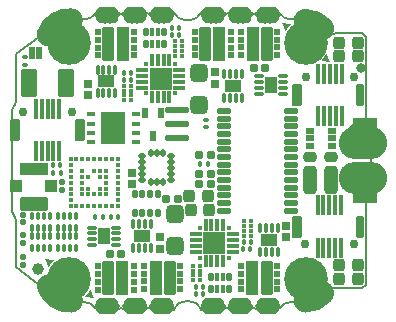
<source format=gbr>
G04 #@! TF.GenerationSoftware,KiCad,Pcbnew,6.0.4-6f826c9f35~116~ubuntu18.04.1*
G04 #@! TF.CreationDate,2022-03-27T23:14:13+02:00*
G04 #@! TF.ProjectId,ultimateFC,756c7469-6d61-4746-9546-432e6b696361,rev?*
G04 #@! TF.SameCoordinates,Original*
G04 #@! TF.FileFunction,Soldermask,Top*
G04 #@! TF.FilePolarity,Negative*
%FSLAX46Y46*%
G04 Gerber Fmt 4.6, Leading zero omitted, Abs format (unit mm)*
G04 Created by KiCad (PCBNEW 6.0.4-6f826c9f35~116~ubuntu18.04.1) date 2022-03-27 23:14:13*
%MOMM*%
%LPD*%
G01*
G04 APERTURE LIST*
G04 Aperture macros list*
%AMRoundRect*
0 Rectangle with rounded corners*
0 $1 Rounding radius*
0 $2 $3 $4 $5 $6 $7 $8 $9 X,Y pos of 4 corners*
0 Add a 4 corners polygon primitive as box body*
4,1,4,$2,$3,$4,$5,$6,$7,$8,$9,$2,$3,0*
0 Add four circle primitives for the rounded corners*
1,1,$1+$1,$2,$3*
1,1,$1+$1,$4,$5*
1,1,$1+$1,$6,$7*
1,1,$1+$1,$8,$9*
0 Add four rect primitives between the rounded corners*
20,1,$1+$1,$2,$3,$4,$5,0*
20,1,$1+$1,$4,$5,$6,$7,0*
20,1,$1+$1,$6,$7,$8,$9,0*
20,1,$1+$1,$8,$9,$2,$3,0*%
%AMFreePoly0*
4,1,13,0.014884,0.386047,0.026047,0.374884,0.346047,-0.185116,0.348943,-0.207894,0.334884,-0.226047,0.320000,-0.230000,-0.320000,-0.230000,-0.341212,-0.221213,-0.350000,-0.200000,-0.346047,-0.185116,-0.026046,0.374884,-0.007894,0.388943,0.014884,0.386047,0.014884,0.386047,$1*%
G04 Aperture macros list end*
%ADD10C,2.000000*%
G04 #@! TA.AperFunction,Profile*
%ADD11C,0.200000*%
G04 #@! TD*
%ADD12RoundRect,0.070000X0.130000X-0.080000X0.130000X0.080000X-0.130000X0.080000X-0.130000X-0.080000X0*%
%ADD13RoundRect,0.070000X-0.130000X0.080000X-0.130000X-0.080000X0.130000X-0.080000X0.130000X0.080000X0*%
%ADD14RoundRect,0.112500X0.062500X-0.287500X0.062500X0.287500X-0.062500X0.287500X-0.062500X-0.287500X0*%
%ADD15RoundRect,0.050000X0.650000X-0.450000X0.650000X0.450000X-0.650000X0.450000X-0.650000X-0.450000X0*%
%ADD16RoundRect,0.050000X-0.225000X0.225000X-0.225000X-0.225000X0.225000X-0.225000X0.225000X0.225000X0*%
%ADD17RoundRect,0.050000X-0.450000X1.380000X-0.450000X-1.380000X0.450000X-1.380000X0.450000X1.380000X0*%
%ADD18RoundRect,0.050000X-0.485000X1.380000X-0.485000X-1.380000X0.485000X-1.380000X0.485000X1.380000X0*%
%ADD19RoundRect,0.197500X0.172500X-0.147500X0.172500X0.147500X-0.172500X0.147500X-0.172500X-0.147500X0*%
%ADD20C,3.700000*%
%ADD21RoundRect,0.300000X0.412500X0.925000X-0.412500X0.925000X-0.412500X-0.925000X0.412500X-0.925000X0*%
%ADD22RoundRect,0.197500X-0.147500X-0.172500X0.147500X-0.172500X0.147500X0.172500X-0.147500X0.172500X0*%
%ADD23RoundRect,0.080000X0.120000X-0.220000X0.120000X0.220000X-0.120000X0.220000X-0.120000X-0.220000X0*%
%ADD24RoundRect,0.300000X-0.425000X0.450000X-0.425000X-0.450000X0.425000X-0.450000X0.425000X0.450000X0*%
%ADD25RoundRect,0.300000X0.425000X-0.450000X0.425000X0.450000X-0.425000X0.450000X-0.425000X-0.450000X0*%
%ADD26RoundRect,0.197500X-0.172500X0.147500X-0.172500X-0.147500X0.172500X-0.147500X0.172500X0.147500X0*%
%ADD27RoundRect,0.197500X0.147500X0.172500X-0.147500X0.172500X-0.147500X-0.172500X0.147500X-0.172500X0*%
%ADD28RoundRect,0.130000X0.320000X0.820000X-0.320000X0.820000X-0.320000X-0.820000X0.320000X-0.820000X0*%
%ADD29RoundRect,0.105000X-0.220000X-0.845000X0.220000X-0.845000X0.220000X0.845000X-0.220000X0.845000X0*%
%ADD30RoundRect,0.080000X-0.120000X-0.770000X0.120000X-0.770000X0.120000X0.770000X-0.120000X0.770000X0*%
%ADD31RoundRect,0.080000X0.120000X0.770000X-0.120000X0.770000X-0.120000X-0.770000X0.120000X-0.770000X0*%
%ADD32RoundRect,0.302500X0.252500X-0.891000X0.252500X0.891000X-0.252500X0.891000X-0.252500X-0.891000X0*%
%ADD33RoundRect,0.240500X0.314500X-0.190500X0.314500X0.190500X-0.314500X0.190500X-0.314500X-0.190500X0*%
%ADD34O,0.500000X0.500000*%
%ADD35O,2.100000X1.400000*%
%ADD36O,4.100000X2.700000*%
%ADD37O,3.100000X2.100000*%
%ADD38RoundRect,0.050000X-1.000000X-1.000000X1.000000X-1.000000X1.000000X1.000000X-1.000000X1.000000X0*%
%ADD39RoundRect,0.050000X0.150000X-0.150000X0.150000X0.150000X-0.150000X0.150000X-0.150000X-0.150000X0*%
%ADD40RoundRect,0.050000X0.150000X-0.450000X0.150000X0.450000X-0.150000X0.450000X-0.150000X-0.450000X0*%
%ADD41RoundRect,0.050000X0.450000X0.150000X-0.450000X0.150000X-0.450000X-0.150000X0.450000X-0.150000X0*%
%ADD42RoundRect,0.050000X0.900000X-0.900000X0.900000X0.900000X-0.900000X0.900000X-0.900000X-0.900000X0*%
%ADD43RoundRect,0.112500X-0.287500X-0.062500X0.287500X-0.062500X0.287500X0.062500X-0.287500X0.062500X0*%
%ADD44RoundRect,0.050000X-0.450000X-0.650000X0.450000X-0.650000X0.450000X0.650000X-0.450000X0.650000X0*%
%ADD45RoundRect,0.112500X-0.062500X0.287500X-0.062500X-0.287500X0.062500X-0.287500X0.062500X0.287500X0*%
%ADD46RoundRect,0.050000X-0.650000X0.450000X-0.650000X-0.450000X0.650000X-0.450000X0.650000X0.450000X0*%
%ADD47RoundRect,0.050000X0.225000X-0.225000X0.225000X0.225000X-0.225000X0.225000X-0.225000X-0.225000X0*%
%ADD48RoundRect,0.050000X0.450000X-1.380000X0.450000X1.380000X-0.450000X1.380000X-0.450000X-1.380000X0*%
%ADD49RoundRect,0.050000X0.485000X-1.380000X0.485000X1.380000X-0.485000X1.380000X-0.485000X-1.380000X0*%
%ADD50RoundRect,0.112500X0.287500X0.062500X-0.287500X0.062500X-0.287500X-0.062500X0.287500X-0.062500X0*%
%ADD51RoundRect,0.050000X0.450000X0.650000X-0.450000X0.650000X-0.450000X-0.650000X0.450000X-0.650000X0*%
%ADD52FreePoly0,50.000000*%
%ADD53FreePoly0,230.000000*%
%ADD54C,0.370000*%
%ADD55RoundRect,0.050000X0.500000X-0.500000X0.500000X0.500000X-0.500000X0.500000X-0.500000X-0.500000X0*%
%ADD56RoundRect,0.050000X1.100000X-0.525000X1.100000X0.525000X-1.100000X0.525000X-1.100000X-0.525000X0*%
%ADD57RoundRect,0.050000X1.100000X-0.500000X1.100000X0.500000X-1.100000X0.500000X-1.100000X-0.500000X0*%
%ADD58RoundRect,0.150000X-0.100000X0.130000X-0.100000X-0.130000X0.100000X-0.130000X0.100000X0.130000X0*%
%ADD59RoundRect,0.050000X0.950000X-0.200000X0.950000X0.200000X-0.950000X0.200000X-0.950000X-0.200000X0*%
%ADD60FreePoly0,235.000000*%
%ADD61RoundRect,0.050000X0.325000X0.200000X-0.325000X0.200000X-0.325000X-0.200000X0.325000X-0.200000X0*%
%ADD62RoundRect,0.137500X0.187500X0.087500X-0.187500X0.087500X-0.187500X-0.087500X0.187500X-0.087500X0*%
%ADD63RoundRect,0.137500X0.087500X0.187500X-0.087500X0.187500X-0.087500X-0.187500X0.087500X-0.187500X0*%
%ADD64RoundRect,0.050000X-0.300000X0.150000X-0.300000X-0.150000X0.300000X-0.150000X0.300000X0.150000X0*%
%ADD65RoundRect,0.050000X-1.000000X-1.300000X1.000000X-1.300000X1.000000X1.300000X-1.000000X1.300000X0*%
%ADD66RoundRect,0.050000X0.550000X0.200000X-0.550000X0.200000X-0.550000X-0.200000X0.550000X-0.200000X0*%
%ADD67RoundRect,0.125000X0.075000X0.125000X-0.075000X0.125000X-0.075000X-0.125000X0.075000X-0.125000X0*%
%ADD68RoundRect,0.268750X0.218750X0.256250X-0.218750X0.256250X-0.218750X-0.256250X0.218750X-0.256250X0*%
%ADD69RoundRect,0.050000X0.175000X-0.250000X0.175000X0.250000X-0.175000X0.250000X-0.175000X-0.250000X0*%
%ADD70RoundRect,0.050000X-0.150000X0.150000X-0.150000X-0.150000X0.150000X-0.150000X0.150000X0.150000X0*%
%ADD71RoundRect,0.050000X-0.150000X0.450000X-0.150000X-0.450000X0.150000X-0.450000X0.150000X0.450000X0*%
%ADD72RoundRect,0.050000X-0.450000X-0.150000X0.450000X-0.150000X0.450000X0.150000X-0.450000X0.150000X0*%
%ADD73RoundRect,0.050000X-0.900000X0.900000X-0.900000X-0.900000X0.900000X-0.900000X0.900000X0.900000X0*%
%ADD74RoundRect,0.130000X-0.320000X-0.820000X0.320000X-0.820000X0.320000X0.820000X-0.320000X0.820000X0*%
%ADD75C,0.750000*%
%ADD76RoundRect,0.150000X0.100000X-0.130000X0.100000X0.130000X-0.100000X0.130000X-0.100000X-0.130000X0*%
%ADD77C,1.000000*%
%ADD78C,0.800000*%
%ADD79RoundRect,0.268750X-0.218750X-0.256250X0.218750X-0.256250X0.218750X0.256250X-0.218750X0.256250X0*%
%ADD80RoundRect,0.125000X0.125000X-0.075000X0.125000X0.075000X-0.125000X0.075000X-0.125000X-0.075000X0*%
%ADD81RoundRect,0.125000X-0.075000X-0.125000X0.075000X-0.125000X0.075000X0.125000X-0.075000X0.125000X0*%
%ADD82RoundRect,0.125000X-0.125000X0.075000X-0.125000X-0.075000X0.125000X-0.075000X0.125000X0.075000X0*%
%ADD83RoundRect,0.050000X-0.200000X0.250000X-0.200000X-0.250000X0.200000X-0.250000X0.200000X0.250000X0*%
%ADD84RoundRect,0.050000X-0.150000X0.250000X-0.150000X-0.250000X0.150000X-0.250000X0.150000X0.250000X0*%
%ADD85RoundRect,0.050000X0.200000X-0.250000X0.200000X0.250000X-0.200000X0.250000X-0.200000X-0.250000X0*%
%ADD86RoundRect,0.050000X0.150000X-0.250000X0.150000X0.250000X-0.150000X0.250000X-0.150000X-0.250000X0*%
%ADD87RoundRect,0.050000X0.200000X0.500000X-0.200000X0.500000X-0.200000X-0.500000X0.200000X-0.500000X0*%
%ADD88RoundRect,0.050000X0.225000X0.350000X-0.225000X0.350000X-0.225000X-0.350000X0.225000X-0.350000X0*%
%ADD89RoundRect,0.050000X-0.353553X0.000000X0.000000X-0.353553X0.353553X0.000000X0.000000X0.353553X0*%
G04 APERTURE END LIST*
D10*
X192498992Y-83844652D02*
G75*
G03*
X193900000Y-83200000I-292J1845352D01*
G01*
X172631284Y-60101407D02*
G75*
G03*
X170750000Y-61325000I-141884J-1839893D01*
G01*
X170760111Y-82614891D02*
G75*
G03*
X172641421Y-83838478I1739389J616291D01*
G01*
X193901032Y-60794663D02*
G75*
G03*
X192500000Y-60150000I-1401332J-1200737D01*
G01*
D11*
X198000000Y-73000000D02*
X196820000Y-73000000D01*
X196820000Y-74600000D02*
X197020000Y-74600000D01*
X197020000Y-74600000D02*
X197600000Y-74600000D01*
X196020000Y-73800000D02*
G75*
G03*
X196820000Y-74600000I800000J0D01*
G01*
X196820000Y-73000000D02*
G75*
G03*
X196020000Y-73800000I0J-800000D01*
G01*
X180080000Y-59950000D02*
X180570000Y-59949602D01*
X180570000Y-59949600D02*
G75*
G03*
X180820000Y-59699602I0J250000D01*
G01*
X180820000Y-59400000D02*
X181340000Y-59400000D01*
X180820000Y-59400000D02*
X180820000Y-59699602D01*
X179819800Y-59700000D02*
G75*
G03*
X180080000Y-59950000I250200J0D01*
G01*
X196820000Y-69400000D02*
G75*
G03*
X196020000Y-70200000I0J-800000D01*
G01*
X197020000Y-69400000D02*
X197600000Y-69400000D01*
X196820000Y-69400000D02*
X197020000Y-69400000D01*
X182700000Y-60100000D02*
X182300000Y-60100000D01*
X181367432Y-59460994D02*
X181340000Y-59400000D01*
X181367432Y-59460994D02*
G75*
G03*
X182300000Y-60100000I932568J360994D01*
G01*
X179820000Y-59400000D02*
X179470000Y-59400000D01*
X179820000Y-59400000D02*
X179820000Y-59699602D01*
X179170000Y-59560555D02*
G75*
G03*
X179470000Y-59400000I0J360555D01*
G01*
X178260000Y-59949999D02*
G75*
G03*
X178520199Y-59700000I10000J249999D01*
G01*
X178260000Y-59950000D02*
X177780000Y-59950000D01*
X178520001Y-59400000D02*
X178520000Y-59699602D01*
X175960000Y-59949999D02*
G75*
G03*
X176220199Y-59700000I10000J249999D01*
G01*
X176220001Y-59400000D02*
X176220000Y-59699601D01*
X177519800Y-59700000D02*
G75*
G03*
X177780000Y-59950000I250200J0D01*
G01*
X177520000Y-59400000D02*
X177520000Y-59699602D01*
X175220000Y-59400000D02*
X175220000Y-59699602D01*
X175960000Y-59950000D02*
X175480000Y-59950000D01*
X175219800Y-59700000D02*
G75*
G03*
X175480000Y-59950000I250200J0D01*
G01*
X174698768Y-59536778D02*
X174675268Y-59549435D01*
X178520001Y-59400000D02*
X178870000Y-59400000D01*
X178869999Y-59400000D02*
G75*
G03*
X179169999Y-59560556I300001J200000D01*
G01*
X177520000Y-59400000D02*
X177170000Y-59400000D01*
X176870000Y-59560555D02*
G75*
G03*
X177170000Y-59400000I0J360555D01*
G01*
X176220001Y-59400000D02*
X176570000Y-59400000D01*
X176569999Y-59400000D02*
G75*
G03*
X176869999Y-59560556I300001J200000D01*
G01*
X174698768Y-59536778D02*
G75*
G03*
X174870001Y-59400000I-128768J336778D01*
G01*
X175220000Y-59400000D02*
X174870001Y-59400000D01*
X184180000Y-59400000D02*
X183660000Y-59400000D01*
X184920000Y-59949999D02*
G75*
G03*
X185180199Y-59700000I10000J249999D01*
G01*
X184180000Y-59400000D02*
X184180000Y-59699602D01*
X184179999Y-59699602D02*
G75*
G03*
X184430001Y-59949601I250001J2D01*
G01*
X184920000Y-59950000D02*
X184430000Y-59949602D01*
X185180000Y-59400000D02*
X185530000Y-59400000D01*
X185530000Y-59400000D02*
G75*
G03*
X185830000Y-59560555I300000J200000D01*
G01*
X185180000Y-59400000D02*
X185180000Y-59699601D01*
X188779999Y-59400000D02*
X188780000Y-59699601D01*
X186479800Y-59700000D02*
G75*
G03*
X186740000Y-59950000I250200J0D01*
G01*
X187480000Y-59400000D02*
X187480000Y-59699602D01*
X186740000Y-59950000D02*
X187219999Y-59950000D01*
X187219999Y-59949998D02*
G75*
G03*
X187480198Y-59700000I10001J249998D01*
G01*
X186479999Y-59400000D02*
X186480000Y-59699601D01*
X188779800Y-59700000D02*
G75*
G03*
X189040000Y-59950000I250200J0D01*
G01*
X189780000Y-59400000D02*
X189780000Y-59699602D01*
X189040000Y-59950000D02*
X189520000Y-59950000D01*
X186479999Y-59400000D02*
X186130000Y-59400000D01*
X189780000Y-59400000D02*
X190129999Y-59400000D01*
X188130001Y-59560555D02*
G75*
G03*
X188430000Y-59400000I-1J360555D01*
G01*
X189520000Y-59949999D02*
G75*
G03*
X189780199Y-59700000I10000J249999D01*
G01*
X187830000Y-59400000D02*
G75*
G03*
X188130001Y-59560555I300000J200000D01*
G01*
X187480000Y-59400000D02*
X187830000Y-59400000D01*
X190301232Y-59536777D02*
X190324732Y-59549435D01*
X185830002Y-59560555D02*
G75*
G03*
X186130000Y-59400000I-2J360555D01*
G01*
X190129999Y-59400000D02*
G75*
G03*
X190301232Y-59536778I300001J200000D01*
G01*
X188779999Y-59400000D02*
X188430000Y-59400000D01*
X183632567Y-59460994D02*
X183660000Y-59400000D01*
X182700000Y-60100000D02*
G75*
G03*
X183632568Y-59460994I0J1000000D01*
G01*
X180820000Y-84600000D02*
X181340000Y-84600000D01*
X180080000Y-84050001D02*
G75*
G03*
X179819801Y-84300000I-10000J-249999D01*
G01*
X180820000Y-84600000D02*
X180820000Y-84300398D01*
X180820002Y-84300398D02*
G75*
G03*
X180570000Y-84050398I-250002J-2D01*
G01*
X180080000Y-84050000D02*
X180570000Y-84050398D01*
X179820000Y-84600000D02*
X179470000Y-84600000D01*
X179470000Y-84600000D02*
G75*
G03*
X179170000Y-84439445I-300000J-200000D01*
G01*
X179820000Y-84600000D02*
X179820000Y-84300398D01*
X176220001Y-84600000D02*
X176220000Y-84300399D01*
X178520200Y-84300000D02*
G75*
G03*
X178260000Y-84050000I-250200J0D01*
G01*
X177520000Y-84600000D02*
X177520000Y-84300398D01*
X178260000Y-84050000D02*
X177780000Y-84050000D01*
X177780000Y-84050001D02*
G75*
G03*
X177519801Y-84300000I-10000J-249999D01*
G01*
X178520001Y-84600000D02*
X178520000Y-84300398D01*
X176220200Y-84300000D02*
G75*
G03*
X175960000Y-84050000I-250200J0D01*
G01*
X175220000Y-84600000D02*
X175220000Y-84300398D01*
X175960000Y-84050000D02*
X175480000Y-84050000D01*
X178520001Y-84600000D02*
X178870000Y-84600000D01*
X175220000Y-84600000D02*
X174870001Y-84600000D01*
X176869999Y-84439445D02*
G75*
G03*
X176570000Y-84600000I1J-360555D01*
G01*
X175480000Y-84050001D02*
G75*
G03*
X175219801Y-84300000I-10000J-249999D01*
G01*
X177170000Y-84600000D02*
G75*
G03*
X176870000Y-84439445I-300000J-200000D01*
G01*
X177520000Y-84600000D02*
X177170000Y-84600000D01*
X174698768Y-84463222D02*
X174675268Y-84450565D01*
X179169999Y-84439445D02*
G75*
G03*
X178870000Y-84600000I1J-360555D01*
G01*
X174870001Y-84600000D02*
G75*
G03*
X174698768Y-84463222I-300001J-200000D01*
G01*
X176220001Y-84600000D02*
X176570000Y-84600000D01*
X184180000Y-84600000D02*
X184180000Y-84300398D01*
X188779999Y-84600000D02*
X188780000Y-84300399D01*
X187480200Y-84300000D02*
G75*
G03*
X187219999Y-84050000I-250200J0D01*
G01*
X185180000Y-84600000D02*
X185180000Y-84300399D01*
X186740000Y-84050000D02*
X187219999Y-84050000D01*
X186479999Y-84600000D02*
X186480000Y-84300399D01*
X189040000Y-84050001D02*
G75*
G03*
X188779801Y-84300000I-10000J-249999D01*
G01*
X190301232Y-84463222D02*
G75*
G03*
X190129999Y-84600000I128768J-336778D01*
G01*
X186740000Y-84050001D02*
G75*
G03*
X186479801Y-84300000I-10000J-249999D01*
G01*
X189780000Y-84600000D02*
X190129999Y-84600000D01*
X188130001Y-84439445D02*
G75*
G03*
X187830000Y-84600000I-1J-360555D01*
G01*
X185830000Y-84439445D02*
G75*
G03*
X185530000Y-84600000I0J-360555D01*
G01*
X187480000Y-84600000D02*
X187480000Y-84300398D01*
X184430001Y-84050400D02*
G75*
G03*
X184180000Y-84300398I-1J-250000D01*
G01*
X188779999Y-84600000D02*
X188430000Y-84600000D01*
X188430001Y-84600000D02*
G75*
G03*
X188130001Y-84439444I-300001J-200000D01*
G01*
X189780200Y-84300000D02*
G75*
G03*
X189520000Y-84050000I-250200J0D01*
G01*
X184920000Y-84050000D02*
X184430000Y-84050398D01*
X184180000Y-84600000D02*
X183660000Y-84600000D01*
X187480000Y-84600000D02*
X187830000Y-84600000D01*
X186130001Y-84600000D02*
G75*
G03*
X185830002Y-84439444I-300001J-200000D01*
G01*
X183632568Y-84539006D02*
G75*
G03*
X182700000Y-83900000I-932568J-360994D01*
G01*
X185180200Y-84300000D02*
G75*
G03*
X184920000Y-84050000I-250200J0D01*
G01*
X189780000Y-84600000D02*
X189780000Y-84300398D01*
X189040000Y-84050000D02*
X189520000Y-84050000D01*
X186479999Y-84600000D02*
X186130000Y-84600000D01*
X190301232Y-84463223D02*
X190324732Y-84450565D01*
X185180000Y-84600000D02*
X185530000Y-84600000D01*
X183632567Y-84539006D02*
X183660000Y-84600000D01*
X181367432Y-84539006D02*
X181340000Y-84600000D01*
X182300000Y-83900000D02*
G75*
G03*
X181367432Y-84539006I0J-1000000D01*
G01*
X182700000Y-83900000D02*
X182300000Y-83900000D01*
X191250326Y-83968348D02*
G75*
G03*
X190324732Y-84450565I-50626J-1032252D01*
G01*
X195072693Y-82785418D02*
G75*
G03*
X194750000Y-82750000I-323893J-1463282D01*
G01*
X192624881Y-83994654D02*
X191250328Y-83968303D01*
X197600000Y-82500000D02*
X197300000Y-82800000D01*
X193403000Y-83584694D02*
X193469647Y-83471754D01*
X197600000Y-74600000D02*
X197600000Y-82500000D01*
X195150000Y-82800000D02*
X197300000Y-82800000D01*
X195072691Y-82785428D02*
X195150000Y-82800000D01*
X194750000Y-82749942D02*
G75*
G03*
X193469647Y-83471754I1300J-1498758D01*
G01*
X192624881Y-83994657D02*
G75*
G03*
X193403000Y-83584694I-21881J984957D01*
G01*
X171600020Y-83574985D02*
G75*
G03*
X172300790Y-83956406I771280J582585D01*
G01*
X172300002Y-60043627D02*
G75*
G03*
X171600000Y-60425000I71298J-963973D01*
G01*
X168000000Y-63000000D02*
X170250000Y-61250000D01*
X171531783Y-60529123D02*
X171600000Y-60425000D01*
X168000000Y-63000000D02*
X168000000Y-66750000D01*
X167600000Y-67700000D02*
X167600000Y-72150000D01*
X172300790Y-83956406D02*
X173799998Y-83967062D01*
X167706139Y-67555170D02*
G75*
G03*
X168000000Y-66750000I-956139J805170D01*
G01*
X171531783Y-83470877D02*
X171600000Y-83575000D01*
X168000000Y-81000000D02*
X170250000Y-82750000D01*
X174675305Y-84450540D02*
G75*
G03*
X173799998Y-83967062I-875005J-550060D01*
G01*
X172300790Y-60043594D02*
X173799998Y-60032938D01*
X171531783Y-83470877D02*
G75*
G03*
X170250000Y-82750000I-1281783J-779123D01*
G01*
X167600000Y-67700000D02*
X167706139Y-67555170D01*
X170250000Y-61250000D02*
G75*
G03*
X171531783Y-60529123I0J1500000D01*
G01*
X167600000Y-76300001D02*
X167600000Y-72150000D01*
X168000000Y-77250001D02*
G75*
G03*
X167706139Y-76444831I-1250000J1D01*
G01*
X168000000Y-81000000D02*
X168000000Y-77250001D01*
X167600000Y-76300001D02*
X167706139Y-76444831D01*
X173800000Y-60032894D02*
G75*
G03*
X174675268Y-59549437I300J1033494D01*
G01*
X192624881Y-60005346D02*
X191250328Y-60031697D01*
X198000000Y-71000000D02*
X196820000Y-71000000D01*
X193469697Y-60528216D02*
G75*
G03*
X194750000Y-61250000I1281603J776916D01*
G01*
X197600000Y-61500000D02*
X197300000Y-61200000D01*
X190324694Y-59549459D02*
G75*
G03*
X191250328Y-60031697I875006J550059D01*
G01*
X198000000Y-71000000D02*
X198000000Y-73000000D01*
X195072691Y-61214572D02*
X195150000Y-61200000D01*
X193403000Y-60415306D02*
X193469647Y-60528246D01*
X195150000Y-61200000D02*
X197300000Y-61200000D01*
X197600000Y-69400000D02*
X197600000Y-61500000D01*
X196020000Y-70200000D02*
G75*
G03*
X196820000Y-71000000I800000J0D01*
G01*
X194750000Y-61249990D02*
G75*
G03*
X195072691Y-61214572I-1200J1498690D01*
G01*
X193402998Y-60415307D02*
G75*
G03*
X192624881Y-60005346I-799998J-574993D01*
G01*
D10*
X192498992Y-83844652D02*
G75*
G03*
X193900000Y-83200000I-292J1845352D01*
G01*
X172631284Y-60101407D02*
G75*
G03*
X170750000Y-61325000I-141884J-1839893D01*
G01*
X170760111Y-82614891D02*
G75*
G03*
X172641421Y-83838478I1739389J616291D01*
G01*
X193901032Y-60794663D02*
G75*
G03*
X192500000Y-60150000I-1401332J-1200737D01*
G01*
D11*
X198000000Y-73000000D02*
X196820000Y-73000000D01*
X196820000Y-74600000D02*
X197020000Y-74600000D01*
X197020000Y-74600000D02*
X197600000Y-74600000D01*
X196020000Y-73800000D02*
G75*
G03*
X196820000Y-74600000I800000J0D01*
G01*
X196820000Y-73000000D02*
G75*
G03*
X196020000Y-73800000I0J-800000D01*
G01*
X180080000Y-59950000D02*
X180570000Y-59949602D01*
X180570000Y-59949600D02*
G75*
G03*
X180820000Y-59699602I0J250000D01*
G01*
X180820000Y-59400000D02*
X181340000Y-59400000D01*
X180820000Y-59400000D02*
X180820000Y-59699602D01*
X179819800Y-59700000D02*
G75*
G03*
X180080000Y-59950000I250200J0D01*
G01*
X196820000Y-69400000D02*
G75*
G03*
X196020000Y-70200000I0J-800000D01*
G01*
X197020000Y-69400000D02*
X197600000Y-69400000D01*
X196820000Y-69400000D02*
X197020000Y-69400000D01*
X182700000Y-60100000D02*
X182300000Y-60100000D01*
X181367432Y-59460994D02*
X181340000Y-59400000D01*
X181367432Y-59460994D02*
G75*
G03*
X182300000Y-60100000I932568J360994D01*
G01*
X179820000Y-59400000D02*
X179470000Y-59400000D01*
X179820000Y-59400000D02*
X179820000Y-59699602D01*
X179170000Y-59560555D02*
G75*
G03*
X179470000Y-59400000I0J360555D01*
G01*
X178260000Y-59949999D02*
G75*
G03*
X178520199Y-59700000I10000J249999D01*
G01*
X178260000Y-59950000D02*
X177780000Y-59950000D01*
X178520001Y-59400000D02*
X178520000Y-59699602D01*
X175960000Y-59949999D02*
G75*
G03*
X176220199Y-59700000I10000J249999D01*
G01*
X176220001Y-59400000D02*
X176220000Y-59699601D01*
X177519800Y-59700000D02*
G75*
G03*
X177780000Y-59950000I250200J0D01*
G01*
X177520000Y-59400000D02*
X177520000Y-59699602D01*
X175220000Y-59400000D02*
X175220000Y-59699602D01*
X175960000Y-59950000D02*
X175480000Y-59950000D01*
X175219800Y-59700000D02*
G75*
G03*
X175480000Y-59950000I250200J0D01*
G01*
X174698768Y-59536778D02*
X174675268Y-59549435D01*
X178520001Y-59400000D02*
X178870000Y-59400000D01*
X178869999Y-59400000D02*
G75*
G03*
X179169999Y-59560556I300001J200000D01*
G01*
X177520000Y-59400000D02*
X177170000Y-59400000D01*
X176870000Y-59560555D02*
G75*
G03*
X177170000Y-59400000I0J360555D01*
G01*
X176220001Y-59400000D02*
X176570000Y-59400000D01*
X176569999Y-59400000D02*
G75*
G03*
X176869999Y-59560556I300001J200000D01*
G01*
X174698768Y-59536778D02*
G75*
G03*
X174870001Y-59400000I-128768J336778D01*
G01*
X175220000Y-59400000D02*
X174870001Y-59400000D01*
X184180000Y-59400000D02*
X183660000Y-59400000D01*
X184920000Y-59949999D02*
G75*
G03*
X185180199Y-59700000I10000J249999D01*
G01*
X184180000Y-59400000D02*
X184180000Y-59699602D01*
X184179999Y-59699602D02*
G75*
G03*
X184430001Y-59949601I250001J2D01*
G01*
X184920000Y-59950000D02*
X184430000Y-59949602D01*
X185180000Y-59400000D02*
X185530000Y-59400000D01*
X185530000Y-59400000D02*
G75*
G03*
X185830000Y-59560555I300000J200000D01*
G01*
X185180000Y-59400000D02*
X185180000Y-59699601D01*
X188779999Y-59400000D02*
X188780000Y-59699601D01*
X186479800Y-59700000D02*
G75*
G03*
X186740000Y-59950000I250200J0D01*
G01*
X187480000Y-59400000D02*
X187480000Y-59699602D01*
X186740000Y-59950000D02*
X187219999Y-59950000D01*
X187219999Y-59949998D02*
G75*
G03*
X187480198Y-59700000I10001J249998D01*
G01*
X186479999Y-59400000D02*
X186480000Y-59699601D01*
X188779800Y-59700000D02*
G75*
G03*
X189040000Y-59950000I250200J0D01*
G01*
X189780000Y-59400000D02*
X189780000Y-59699602D01*
X189040000Y-59950000D02*
X189520000Y-59950000D01*
X186479999Y-59400000D02*
X186130000Y-59400000D01*
X189780000Y-59400000D02*
X190129999Y-59400000D01*
X188130001Y-59560555D02*
G75*
G03*
X188430000Y-59400000I-1J360555D01*
G01*
X189520000Y-59949999D02*
G75*
G03*
X189780199Y-59700000I10000J249999D01*
G01*
X187830000Y-59400000D02*
G75*
G03*
X188130001Y-59560555I300000J200000D01*
G01*
X187480000Y-59400000D02*
X187830000Y-59400000D01*
X190301232Y-59536777D02*
X190324732Y-59549435D01*
X185830002Y-59560555D02*
G75*
G03*
X186130000Y-59400000I-2J360555D01*
G01*
X190129999Y-59400000D02*
G75*
G03*
X190301232Y-59536778I300001J200000D01*
G01*
X188779999Y-59400000D02*
X188430000Y-59400000D01*
X183632567Y-59460994D02*
X183660000Y-59400000D01*
X182700000Y-60100000D02*
G75*
G03*
X183632568Y-59460994I0J1000000D01*
G01*
X180820000Y-84600000D02*
X181340000Y-84600000D01*
X180080000Y-84050001D02*
G75*
G03*
X179819801Y-84300000I-10000J-249999D01*
G01*
X180820000Y-84600000D02*
X180820000Y-84300398D01*
X180820002Y-84300398D02*
G75*
G03*
X180570000Y-84050398I-250002J-2D01*
G01*
X180080000Y-84050000D02*
X180570000Y-84050398D01*
X179820000Y-84600000D02*
X179470000Y-84600000D01*
X179470000Y-84600000D02*
G75*
G03*
X179170000Y-84439445I-300000J-200000D01*
G01*
X179820000Y-84600000D02*
X179820000Y-84300398D01*
X176220001Y-84600000D02*
X176220000Y-84300399D01*
X178520200Y-84300000D02*
G75*
G03*
X178260000Y-84050000I-250200J0D01*
G01*
X177520000Y-84600000D02*
X177520000Y-84300398D01*
X178260000Y-84050000D02*
X177780000Y-84050000D01*
X177780000Y-84050001D02*
G75*
G03*
X177519801Y-84300000I-10000J-249999D01*
G01*
X178520001Y-84600000D02*
X178520000Y-84300398D01*
X176220200Y-84300000D02*
G75*
G03*
X175960000Y-84050000I-250200J0D01*
G01*
X175220000Y-84600000D02*
X175220000Y-84300398D01*
X175960000Y-84050000D02*
X175480000Y-84050000D01*
X178520001Y-84600000D02*
X178870000Y-84600000D01*
X175220000Y-84600000D02*
X174870001Y-84600000D01*
X176869999Y-84439445D02*
G75*
G03*
X176570000Y-84600000I1J-360555D01*
G01*
X175480000Y-84050001D02*
G75*
G03*
X175219801Y-84300000I-10000J-249999D01*
G01*
X177170000Y-84600000D02*
G75*
G03*
X176870000Y-84439445I-300000J-200000D01*
G01*
X177520000Y-84600000D02*
X177170000Y-84600000D01*
X174698768Y-84463222D02*
X174675268Y-84450565D01*
X179169999Y-84439445D02*
G75*
G03*
X178870000Y-84600000I1J-360555D01*
G01*
X174870001Y-84600000D02*
G75*
G03*
X174698768Y-84463222I-300001J-200000D01*
G01*
X176220001Y-84600000D02*
X176570000Y-84600000D01*
X184180000Y-84600000D02*
X184180000Y-84300398D01*
X188779999Y-84600000D02*
X188780000Y-84300399D01*
X187480200Y-84300000D02*
G75*
G03*
X187219999Y-84050000I-250200J0D01*
G01*
X185180000Y-84600000D02*
X185180000Y-84300399D01*
X186740000Y-84050000D02*
X187219999Y-84050000D01*
X186479999Y-84600000D02*
X186480000Y-84300399D01*
X189040000Y-84050001D02*
G75*
G03*
X188779801Y-84300000I-10000J-249999D01*
G01*
X190301232Y-84463222D02*
G75*
G03*
X190129999Y-84600000I128768J-336778D01*
G01*
X186740000Y-84050001D02*
G75*
G03*
X186479801Y-84300000I-10000J-249999D01*
G01*
X189780000Y-84600000D02*
X190129999Y-84600000D01*
X188130001Y-84439445D02*
G75*
G03*
X187830000Y-84600000I-1J-360555D01*
G01*
X185830000Y-84439445D02*
G75*
G03*
X185530000Y-84600000I0J-360555D01*
G01*
X187480000Y-84600000D02*
X187480000Y-84300398D01*
X184430001Y-84050400D02*
G75*
G03*
X184180000Y-84300398I-1J-250000D01*
G01*
X188779999Y-84600000D02*
X188430000Y-84600000D01*
X188430001Y-84600000D02*
G75*
G03*
X188130001Y-84439444I-300001J-200000D01*
G01*
X189780200Y-84300000D02*
G75*
G03*
X189520000Y-84050000I-250200J0D01*
G01*
X184920000Y-84050000D02*
X184430000Y-84050398D01*
X184180000Y-84600000D02*
X183660000Y-84600000D01*
X187480000Y-84600000D02*
X187830000Y-84600000D01*
X186130001Y-84600000D02*
G75*
G03*
X185830002Y-84439444I-300001J-200000D01*
G01*
X183632568Y-84539006D02*
G75*
G03*
X182700000Y-83900000I-932568J-360994D01*
G01*
X185180200Y-84300000D02*
G75*
G03*
X184920000Y-84050000I-250200J0D01*
G01*
X189780000Y-84600000D02*
X189780000Y-84300398D01*
X189040000Y-84050000D02*
X189520000Y-84050000D01*
X186479999Y-84600000D02*
X186130000Y-84600000D01*
X190301232Y-84463223D02*
X190324732Y-84450565D01*
X185180000Y-84600000D02*
X185530000Y-84600000D01*
X183632567Y-84539006D02*
X183660000Y-84600000D01*
X181367432Y-84539006D02*
X181340000Y-84600000D01*
X182300000Y-83900000D02*
G75*
G03*
X181367432Y-84539006I0J-1000000D01*
G01*
X182700000Y-83900000D02*
X182300000Y-83900000D01*
X191250326Y-83968348D02*
G75*
G03*
X190324732Y-84450565I-50626J-1032252D01*
G01*
X195072693Y-82785418D02*
G75*
G03*
X194750000Y-82750000I-323893J-1463282D01*
G01*
X192624881Y-83994654D02*
X191250328Y-83968303D01*
X197600000Y-82500000D02*
X197300000Y-82800000D01*
X193403000Y-83584694D02*
X193469647Y-83471754D01*
X197600000Y-74600000D02*
X197600000Y-82500000D01*
X195150000Y-82800000D02*
X197300000Y-82800000D01*
X195072691Y-82785428D02*
X195150000Y-82800000D01*
X194750000Y-82749942D02*
G75*
G03*
X193469647Y-83471754I1300J-1498758D01*
G01*
X192624881Y-83994657D02*
G75*
G03*
X193403000Y-83584694I-21881J984957D01*
G01*
X171600020Y-83574985D02*
G75*
G03*
X172300790Y-83956406I771280J582585D01*
G01*
X172300002Y-60043627D02*
G75*
G03*
X171600000Y-60425000I71298J-963973D01*
G01*
X168000000Y-63000000D02*
X170250000Y-61250000D01*
X171531783Y-60529123D02*
X171600000Y-60425000D01*
X168000000Y-63000000D02*
X168000000Y-66750000D01*
X167600000Y-67700000D02*
X167600000Y-72150000D01*
X172300790Y-83956406D02*
X173799998Y-83967062D01*
X167706139Y-67555170D02*
G75*
G03*
X168000000Y-66750000I-956139J805170D01*
G01*
X171531783Y-83470877D02*
X171600000Y-83575000D01*
X168000000Y-81000000D02*
X170250000Y-82750000D01*
X174675305Y-84450540D02*
G75*
G03*
X173799998Y-83967062I-875005J-550060D01*
G01*
X172300790Y-60043594D02*
X173799998Y-60032938D01*
X171531783Y-83470877D02*
G75*
G03*
X170250000Y-82750000I-1281783J-779123D01*
G01*
X167600000Y-67700000D02*
X167706139Y-67555170D01*
X170250000Y-61250000D02*
G75*
G03*
X171531783Y-60529123I0J1500000D01*
G01*
X167600000Y-76300001D02*
X167600000Y-72150000D01*
X168000000Y-77250001D02*
G75*
G03*
X167706139Y-76444831I-1250000J1D01*
G01*
X168000000Y-81000000D02*
X168000000Y-77250001D01*
X167600000Y-76300001D02*
X167706139Y-76444831D01*
X173800000Y-60032894D02*
G75*
G03*
X174675268Y-59549437I300J1033494D01*
G01*
X192624881Y-60005346D02*
X191250328Y-60031697D01*
X198000000Y-71000000D02*
X196820000Y-71000000D01*
X193469697Y-60528216D02*
G75*
G03*
X194750000Y-61250000I1281603J776916D01*
G01*
X197600000Y-61500000D02*
X197300000Y-61200000D01*
X190324694Y-59549459D02*
G75*
G03*
X191250328Y-60031697I875006J550059D01*
G01*
X198000000Y-71000000D02*
X198000000Y-73000000D01*
X195072691Y-61214572D02*
X195150000Y-61200000D01*
X193403000Y-60415306D02*
X193469647Y-60528246D01*
X195150000Y-61200000D02*
X197300000Y-61200000D01*
X197600000Y-69400000D02*
X197600000Y-61500000D01*
X196020000Y-70200000D02*
G75*
G03*
X196820000Y-71000000I800000J0D01*
G01*
X194750000Y-61249990D02*
G75*
G03*
X195072691Y-61214572I-1200J1498690D01*
G01*
X193402998Y-60415307D02*
G75*
G03*
X192624881Y-60005346I-799998J-574993D01*
G01*
D12*
X182070000Y-63100000D03*
X182070000Y-62700000D03*
D13*
X182070000Y-62300000D03*
X182070000Y-61900000D03*
X181470000Y-61900000D03*
X181470000Y-62300000D03*
D12*
X181470000Y-62700000D03*
X181470000Y-63100000D03*
D14*
X174880000Y-66280000D03*
X175380000Y-66280000D03*
X175880000Y-66280000D03*
X176380000Y-66280000D03*
X176380000Y-64280000D03*
X175880000Y-64280000D03*
X175380000Y-64280000D03*
X174880000Y-64280000D03*
D15*
X175630000Y-65280000D03*
D16*
X174920000Y-61110000D03*
X174920000Y-62410000D03*
X174920000Y-63060000D03*
D17*
X175796000Y-62085000D03*
D16*
X174920000Y-61760000D03*
D18*
X177011000Y-62085000D03*
D16*
X177992000Y-61760000D03*
X177992000Y-62410000D03*
X177992000Y-63060000D03*
X177992000Y-61110000D03*
D13*
X177130000Y-65660000D03*
X177130000Y-66060000D03*
D12*
X177130000Y-66460000D03*
X177130000Y-66860000D03*
X177730000Y-66860000D03*
X177730000Y-66460000D03*
D13*
X177730000Y-66060000D03*
X177730000Y-65660000D03*
D19*
X174090000Y-66450000D03*
X174090000Y-65480000D03*
D20*
X172500000Y-82000000D03*
X172500000Y-62000000D03*
D19*
X184860000Y-65490000D03*
X184860000Y-64520000D03*
D21*
X172175000Y-65400000D03*
X169100000Y-65400000D03*
D22*
X188105000Y-64110000D03*
X189075000Y-64110000D03*
D23*
X173050000Y-78400000D03*
X172050000Y-78400000D03*
X172550000Y-79400000D03*
X171550000Y-79400000D03*
X172550000Y-78400000D03*
X173050000Y-79400000D03*
X172050000Y-79400000D03*
X171550000Y-78400000D03*
D24*
X181460000Y-76510000D03*
X181460000Y-79210000D03*
D25*
X183450000Y-67300000D03*
X183450000Y-64600000D03*
D26*
X190840000Y-77525000D03*
X190840000Y-78495000D03*
X180150000Y-78490000D03*
X180150000Y-79460000D03*
D27*
X176895000Y-79870000D03*
X175925000Y-79870000D03*
D28*
X191760000Y-77570000D03*
D29*
X197110000Y-77570000D03*
D30*
X193510000Y-79370000D03*
X194010000Y-79370000D03*
X194510000Y-79370000D03*
X195010000Y-79370000D03*
X195510000Y-79370000D03*
D31*
X195510000Y-75770000D03*
X195010000Y-75770000D03*
X194510000Y-75770000D03*
X194010000Y-75770000D03*
X193510000Y-75770000D03*
D28*
X191800000Y-66425000D03*
D29*
X197100000Y-66425000D03*
D31*
X195550000Y-64625000D03*
X195050000Y-64625000D03*
X194550000Y-64625000D03*
X194050000Y-64625000D03*
X193550000Y-64625000D03*
D30*
X193550000Y-68225000D03*
X194050000Y-68225000D03*
X194550000Y-68225000D03*
X195050000Y-68225000D03*
X195550000Y-68225000D03*
D32*
X192865000Y-73597000D03*
D33*
X192865000Y-71691000D03*
X194635000Y-71691000D03*
D32*
X194635000Y-73596500D03*
D13*
X182930000Y-80900000D03*
X182930000Y-81300000D03*
D12*
X182930000Y-81700000D03*
X182930000Y-82100000D03*
X183530000Y-82100000D03*
X183530000Y-81700000D03*
D13*
X183530000Y-81300000D03*
X183530000Y-80900000D03*
D12*
X187870000Y-78340000D03*
X187870000Y-77940000D03*
D13*
X187870000Y-77540000D03*
X187870000Y-77140000D03*
X187270000Y-77140000D03*
X187270000Y-77540000D03*
D12*
X187270000Y-77940000D03*
X187270000Y-78340000D03*
D34*
X185280000Y-60050000D03*
D35*
X184680000Y-59700000D03*
D34*
X184880000Y-60150000D03*
X185480000Y-59700000D03*
X184480000Y-60150000D03*
X184080000Y-60050000D03*
X183880000Y-59700000D03*
X187580000Y-60050000D03*
X187180000Y-60150000D03*
X186380000Y-60050000D03*
D35*
X186980000Y-59700000D03*
D34*
X186780000Y-60150000D03*
X187780000Y-59700000D03*
X186180000Y-59700000D03*
X190080000Y-59700000D03*
X189480000Y-60150000D03*
X189880000Y-60050000D03*
X188480000Y-59700000D03*
X188680000Y-60050000D03*
D35*
X189280000Y-59700000D03*
D34*
X189080000Y-60150000D03*
D36*
X197350000Y-73500000D03*
D37*
X197350000Y-73800000D03*
D38*
X197550000Y-74600000D03*
D34*
X179520000Y-84300000D03*
X181120000Y-84300000D03*
X179720000Y-83950000D03*
X180520000Y-83850000D03*
X180120000Y-83850000D03*
D35*
X180320000Y-84300000D03*
D34*
X180920000Y-83950000D03*
X178220000Y-83850000D03*
D35*
X178020000Y-84300000D03*
D34*
X177420000Y-83950000D03*
X178620000Y-83950000D03*
X177820000Y-83850000D03*
X178820000Y-84300000D03*
X177220000Y-84300000D03*
X175920000Y-83850000D03*
X175520000Y-83850000D03*
X174920000Y-84300000D03*
D35*
X175720000Y-84300000D03*
D34*
X175120000Y-83950000D03*
X176520000Y-84300000D03*
X176320000Y-83950000D03*
D39*
X183530000Y-80200000D03*
D40*
X184030000Y-80500000D03*
X184530000Y-80500000D03*
X185030000Y-80500000D03*
X185530000Y-80500000D03*
D39*
X186030000Y-80200000D03*
D41*
X186330000Y-79700000D03*
X186330000Y-79200000D03*
X186330000Y-78700000D03*
X186330000Y-78200000D03*
D39*
X186030000Y-77700000D03*
D40*
X185530000Y-77400000D03*
X185030000Y-77400000D03*
X184530000Y-77400000D03*
X184030000Y-77400000D03*
D39*
X183530000Y-77700000D03*
D41*
X183230000Y-78200000D03*
X183230000Y-78700000D03*
X183230000Y-79200000D03*
X183230000Y-79700000D03*
D42*
X184780000Y-78950000D03*
D14*
X185580000Y-66650000D03*
X186080000Y-66650000D03*
X186580000Y-66650000D03*
X187080000Y-66650000D03*
X187080000Y-64650000D03*
X186580000Y-64650000D03*
X186080000Y-64650000D03*
X185580000Y-64650000D03*
D15*
X186330000Y-65650000D03*
D16*
X183110000Y-61130000D03*
X183110000Y-62430000D03*
X183110000Y-63080000D03*
D17*
X183986000Y-62105000D03*
D16*
X183110000Y-61780000D03*
D18*
X185201000Y-62105000D03*
D16*
X186182000Y-62430000D03*
X186182000Y-63080000D03*
X186182000Y-61780000D03*
X186182000Y-61130000D03*
D43*
X188560000Y-64850000D03*
X188560000Y-65350000D03*
X188560000Y-65850000D03*
X188560000Y-66350000D03*
X190560000Y-66350000D03*
X190560000Y-65850000D03*
X190560000Y-65350000D03*
X190560000Y-64850000D03*
D44*
X189560000Y-65600000D03*
D45*
X190120000Y-77720000D03*
X189620000Y-77720000D03*
X189120000Y-77720000D03*
X188620000Y-77720000D03*
X188620000Y-79720000D03*
X189120000Y-79720000D03*
X189620000Y-79720000D03*
X190120000Y-79720000D03*
D46*
X189370000Y-78720000D03*
D47*
X190100000Y-63050000D03*
D48*
X189224000Y-62075000D03*
D47*
X190100000Y-61100000D03*
X190100000Y-61750000D03*
X190100000Y-62400000D03*
D49*
X188009000Y-62075000D03*
D47*
X187028000Y-62400000D03*
X187028000Y-61100000D03*
X187028000Y-61750000D03*
X187028000Y-63050000D03*
X190080000Y-82890000D03*
X190080000Y-82240000D03*
X190080000Y-80940000D03*
D48*
X189204000Y-81915000D03*
D47*
X190080000Y-81590000D03*
D49*
X187989000Y-81915000D03*
D47*
X187008000Y-82240000D03*
X187008000Y-80940000D03*
X187008000Y-81590000D03*
X187008000Y-82890000D03*
D45*
X179420000Y-77350000D03*
X178920000Y-77350000D03*
X178420000Y-77350000D03*
X177920000Y-77350000D03*
X177920000Y-79350000D03*
X178420000Y-79350000D03*
X178920000Y-79350000D03*
X179420000Y-79350000D03*
D46*
X178670000Y-78350000D03*
D47*
X181890000Y-82870000D03*
X181890000Y-82220000D03*
X181890000Y-81570000D03*
D48*
X181014000Y-81895000D03*
D47*
X181890000Y-80920000D03*
D49*
X179799000Y-81895000D03*
D47*
X178818000Y-82220000D03*
X178818000Y-81570000D03*
X178818000Y-80920000D03*
X178818000Y-82870000D03*
D50*
X176440000Y-79150000D03*
X176440000Y-78650000D03*
X176440000Y-78150000D03*
X176440000Y-77650000D03*
X174440000Y-77650000D03*
X174440000Y-78150000D03*
X174440000Y-78650000D03*
X174440000Y-79150000D03*
D51*
X175440000Y-78400000D03*
D16*
X174900000Y-80950000D03*
D17*
X175776000Y-81925000D03*
D16*
X174900000Y-82900000D03*
X174900000Y-82250000D03*
X174900000Y-81600000D03*
D18*
X176991000Y-81925000D03*
D16*
X177972000Y-82250000D03*
X177972000Y-82900000D03*
X177972000Y-81600000D03*
X177972000Y-80950000D03*
D52*
X170807660Y-80556428D03*
D53*
X174242340Y-83343572D03*
D54*
X174600000Y-75850000D03*
X172600000Y-75850000D03*
X172600000Y-75350000D03*
X172600000Y-74850000D03*
X172600000Y-74350000D03*
X172600000Y-73850000D03*
X172600000Y-73350000D03*
X172600000Y-72850000D03*
X172600000Y-72350000D03*
X172600000Y-71850000D03*
X173100000Y-75850000D03*
X173100000Y-71850000D03*
X173600000Y-75850000D03*
X173600000Y-74850000D03*
X173600000Y-74350000D03*
X173600000Y-73850000D03*
X173600000Y-73350000D03*
X173600000Y-72850000D03*
X173600000Y-71850000D03*
X174100000Y-75850000D03*
X174100000Y-74850000D03*
X174100000Y-74350000D03*
X174100000Y-73350000D03*
X174100000Y-71850000D03*
X174600000Y-74850000D03*
X174600000Y-72850000D03*
X174600000Y-71850000D03*
X175100000Y-75850000D03*
X175100000Y-74850000D03*
X175100000Y-74350000D03*
X175100000Y-73350000D03*
X175100000Y-72850000D03*
X175100000Y-71850000D03*
X175600000Y-75850000D03*
X175600000Y-74850000D03*
X175600000Y-74350000D03*
X175600000Y-73850000D03*
X175600000Y-73350000D03*
X175600000Y-72850000D03*
X175600000Y-71850000D03*
X176100000Y-75850000D03*
X176100000Y-71850000D03*
X176600000Y-75850000D03*
X176600000Y-75350000D03*
X176600000Y-74850000D03*
X176600000Y-74350000D03*
X176600000Y-73850000D03*
X176600000Y-73350000D03*
X176600000Y-72850000D03*
X176600000Y-72350000D03*
X176600000Y-71850000D03*
D55*
X170975000Y-74175000D03*
X167975000Y-74175000D03*
D56*
X169475000Y-75650000D03*
D57*
X169475000Y-72700000D03*
D58*
X168600000Y-76580000D03*
X168600000Y-77220000D03*
D59*
X181625000Y-70075000D03*
X181625000Y-68875000D03*
X181625000Y-67675000D03*
D23*
X169350000Y-77700000D03*
X170350000Y-77700000D03*
X170850000Y-76700000D03*
X169850000Y-76700000D03*
X169850000Y-77700000D03*
X170850000Y-77700000D03*
X169350000Y-76700000D03*
X170350000Y-76700000D03*
X172550000Y-77700000D03*
X173050000Y-76700000D03*
X171550000Y-77700000D03*
X172050000Y-76700000D03*
X172550000Y-76700000D03*
X172050000Y-77700000D03*
X173050000Y-77700000D03*
X171550000Y-76700000D03*
X169350000Y-79400000D03*
X170350000Y-79400000D03*
X169850000Y-78400000D03*
X170850000Y-78400000D03*
X170850000Y-79400000D03*
X170350000Y-78400000D03*
X169850000Y-79400000D03*
X169350000Y-78400000D03*
D60*
X194241808Y-63344264D03*
D52*
X190800589Y-60549357D03*
D61*
X194750000Y-70750000D03*
X194750000Y-70100000D03*
X194750000Y-69450000D03*
X192850000Y-69450000D03*
X192850000Y-70100000D03*
X192850000Y-70750000D03*
D62*
X181125000Y-73600000D03*
X181125000Y-73100000D03*
X181125000Y-72600000D03*
X181125000Y-72100000D03*
X181125000Y-71600000D03*
D63*
X180400000Y-71375000D03*
X179900000Y-71375000D03*
X179400000Y-71375000D03*
D62*
X178675000Y-71600000D03*
X178675000Y-72100000D03*
X178675000Y-72600000D03*
X178675000Y-73100000D03*
X178675000Y-73600000D03*
D63*
X179400000Y-73825000D03*
X179900000Y-73825000D03*
X180400000Y-73825000D03*
D64*
X174300000Y-68050000D03*
X174300000Y-68850000D03*
X174300000Y-69650000D03*
X174300000Y-70450000D03*
X178100000Y-70450000D03*
X178100000Y-69650000D03*
X178100000Y-68850000D03*
X178100000Y-68050000D03*
D65*
X176200000Y-69250000D03*
D66*
X191250000Y-76225000D03*
X191250000Y-75575000D03*
X191250000Y-74925000D03*
X191250000Y-74275000D03*
X191250000Y-73625000D03*
X191250000Y-72975000D03*
X191250000Y-72325000D03*
X191250000Y-71675000D03*
X191250000Y-71025000D03*
X191250000Y-70375000D03*
X191250000Y-69725000D03*
X191250000Y-69075000D03*
X191250000Y-68425000D03*
X191250000Y-67775000D03*
X185550000Y-67775000D03*
X185550000Y-68425000D03*
X185550000Y-69075000D03*
X185550000Y-69725000D03*
X185550000Y-70375000D03*
X185550000Y-71025000D03*
X185550000Y-71675000D03*
X185550000Y-72325000D03*
X185550000Y-72975000D03*
X185550000Y-73625000D03*
X185550000Y-74275000D03*
X185550000Y-74925000D03*
X185550000Y-75575000D03*
X185550000Y-76225000D03*
D67*
X184200000Y-72300000D03*
X183600000Y-72300000D03*
D68*
X184350000Y-76150000D03*
X182775000Y-76150000D03*
X184200000Y-75000000D03*
X182625000Y-75000000D03*
D27*
X184485000Y-74000000D03*
X183515000Y-74000000D03*
X184485000Y-73100000D03*
X183515000Y-73100000D03*
D19*
X177800000Y-74000000D03*
X177800000Y-73030000D03*
D69*
X178025000Y-74800000D03*
X178675000Y-74800000D03*
X179325000Y-74800000D03*
X179975000Y-74800000D03*
X179975000Y-76400000D03*
X179325000Y-76400000D03*
X178675000Y-76400000D03*
X178025000Y-76400000D03*
D27*
X184485000Y-71550000D03*
X183515000Y-71550000D03*
D22*
X180700000Y-75250000D03*
X181670000Y-75250000D03*
D70*
X181470000Y-63800000D03*
D71*
X180970000Y-63500000D03*
X180470000Y-63500000D03*
X179970000Y-63500000D03*
X179470000Y-63500000D03*
D70*
X178970000Y-63800000D03*
D72*
X178670000Y-64300000D03*
X178670000Y-64800000D03*
X178670000Y-65300000D03*
X178670000Y-65800000D03*
D70*
X178970000Y-66300000D03*
D71*
X179470000Y-66600000D03*
X179970000Y-66600000D03*
X180470000Y-66600000D03*
X180970000Y-66600000D03*
D70*
X181470000Y-66300000D03*
D72*
X181770000Y-65800000D03*
X181770000Y-65300000D03*
X181770000Y-64800000D03*
X181770000Y-64300000D03*
D73*
X180220000Y-65050000D03*
D28*
X167900000Y-69400000D03*
D74*
X173400000Y-69400000D03*
D75*
X172700000Y-67900000D03*
X168600000Y-67900000D03*
D31*
X171650000Y-67600000D03*
X171150000Y-67600000D03*
X170650000Y-67600000D03*
X170150000Y-67600000D03*
X169650000Y-67600000D03*
D30*
X169650000Y-71200000D03*
X170150000Y-71200000D03*
X170650000Y-71200000D03*
X171150000Y-71200000D03*
X171650000Y-71200000D03*
D58*
X168600000Y-80180000D03*
X168600000Y-80820000D03*
X168600000Y-78280000D03*
X168600000Y-78920000D03*
D67*
X171675000Y-72400000D03*
X171075000Y-72400000D03*
D76*
X171900000Y-74440000D03*
X171900000Y-73800000D03*
D77*
X169875000Y-81200000D03*
D78*
X197150000Y-64175000D03*
D68*
X196937500Y-63150000D03*
X195362500Y-63150000D03*
X196937500Y-82000000D03*
X195362500Y-82000000D03*
D79*
X195362500Y-80850000D03*
X196937500Y-80850000D03*
D68*
X196937500Y-62000000D03*
X195362500Y-62000000D03*
D80*
X184050000Y-69150000D03*
X184050000Y-68550000D03*
D81*
X174705000Y-76800000D03*
X175305000Y-76800000D03*
X176020000Y-76800000D03*
X176620000Y-76800000D03*
D67*
X171750000Y-73000000D03*
X171150000Y-73000000D03*
X183850000Y-82650000D03*
X183250000Y-82650000D03*
X183850000Y-83250000D03*
X183250000Y-83250000D03*
X187870000Y-78840000D03*
X187270000Y-78840000D03*
X187820000Y-79440000D03*
X187220000Y-79440000D03*
D81*
X181170000Y-61360000D03*
X181770000Y-61360000D03*
X181170000Y-60760000D03*
X181770000Y-60760000D03*
X177130000Y-65160000D03*
X177730000Y-65160000D03*
X177130000Y-64560000D03*
X177730000Y-64560000D03*
D82*
X168750000Y-63250000D03*
X168750000Y-63850000D03*
D83*
X185980000Y-81870000D03*
D84*
X185480000Y-81870000D03*
X184980000Y-81870000D03*
D83*
X184480000Y-81870000D03*
X184480000Y-82870000D03*
D84*
X184980000Y-82870000D03*
X185480000Y-82870000D03*
D83*
X185980000Y-82870000D03*
D85*
X179020000Y-62130000D03*
D86*
X179520000Y-62130000D03*
X180020000Y-62130000D03*
D85*
X180520000Y-62130000D03*
X180520000Y-61130000D03*
D86*
X180020000Y-61130000D03*
X179520000Y-61130000D03*
D85*
X179020000Y-61130000D03*
D87*
X169960000Y-62900000D03*
X169360000Y-62900000D03*
D88*
X180225000Y-67925000D03*
X178925000Y-67925000D03*
X179575000Y-69925000D03*
D20*
X192500000Y-82000000D03*
D34*
X175120000Y-60050000D03*
X175520000Y-60150000D03*
X174920000Y-59700000D03*
X176320000Y-60050000D03*
X175920000Y-60150000D03*
X176520000Y-59700000D03*
D35*
X175720000Y-59700000D03*
X180320000Y-59700000D03*
D34*
X179520000Y-59700000D03*
X179720000Y-60050000D03*
X180520000Y-60150000D03*
X180120000Y-60150000D03*
X180920000Y-60050000D03*
X181120000Y-59700000D03*
X177220000Y-59700000D03*
X178620000Y-60050000D03*
X178820000Y-59700000D03*
D35*
X178020000Y-59700000D03*
D34*
X178220000Y-60150000D03*
X177420000Y-60050000D03*
X177820000Y-60150000D03*
D75*
X192460000Y-79070000D03*
X196560000Y-79070000D03*
X196600000Y-64925000D03*
X192500000Y-64925000D03*
D34*
X184480000Y-83850000D03*
X184880000Y-83850000D03*
X185280000Y-83950000D03*
D35*
X184680000Y-84300000D03*
D34*
X183880000Y-84300000D03*
X185480000Y-84300000D03*
X184080000Y-83950000D03*
D35*
X186980000Y-84300000D03*
D34*
X187180000Y-83850000D03*
X186180000Y-84300000D03*
X186780000Y-83850000D03*
X186380000Y-83950000D03*
X187780000Y-84300000D03*
X187580000Y-83950000D03*
D38*
X197550000Y-69400000D03*
D89*
X196550000Y-69300000D03*
X196550000Y-69300000D03*
D37*
X197350000Y-70200000D03*
D36*
X197350000Y-70500000D03*
D34*
X188680000Y-83950000D03*
X190080000Y-84300000D03*
X189080000Y-83850000D03*
X189880000Y-83950000D03*
X188480000Y-84300000D03*
D35*
X189280000Y-84300000D03*
D34*
X189480000Y-83850000D03*
D20*
X192500000Y-62000000D03*
M02*

</source>
